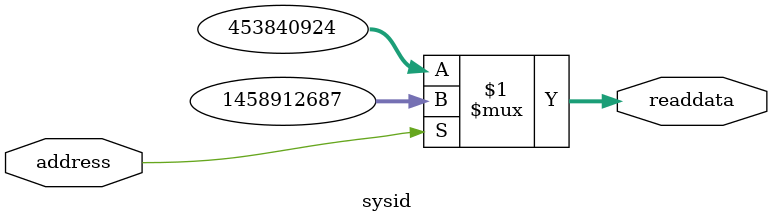
<source format=v>

`timescale 1ns / 1ps
// synthesis translate_on

// turn off superfluous verilog processor warnings 
// altera message_level Level1 
// altera message_off 10034 10035 10036 10037 10230 10240 10030 

module sysid (
               // inputs:
                address,

               // outputs:
                readdata
             )
;

  output  [ 31: 0] readdata;
  input            address;

  wire    [ 31: 0] readdata;
  //control_slave, which is an e_avalon_slave
  assign readdata = address ? 1458912687 : 453840924;

endmodule


</source>
